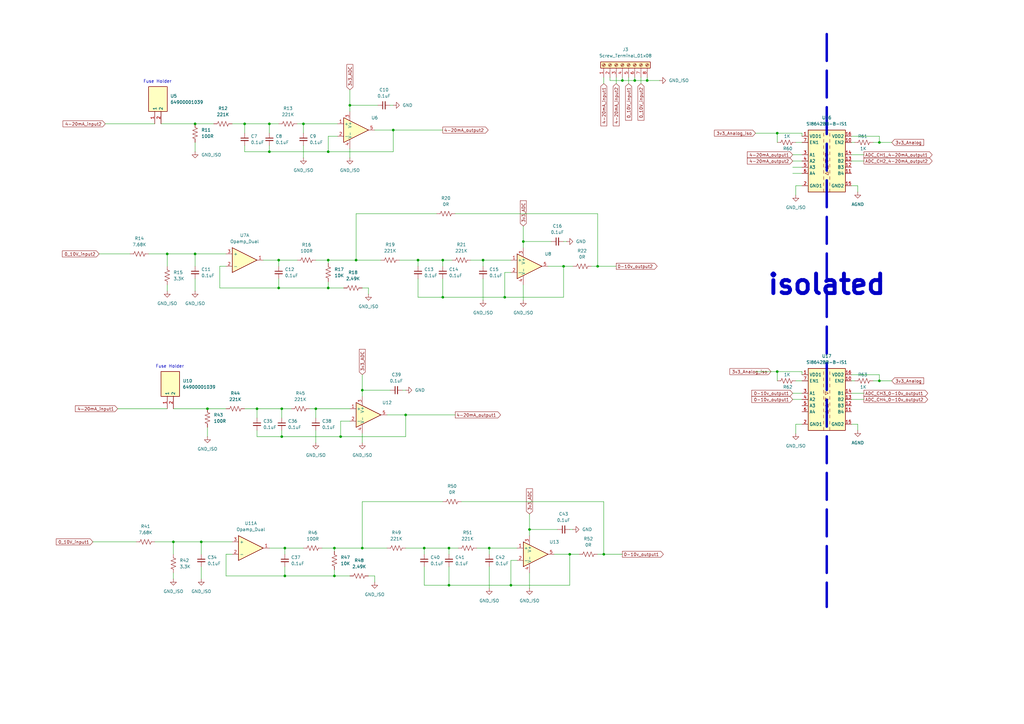
<source format=kicad_sch>
(kicad_sch (version 20231120) (generator "eeschema") (generator_version "8.0")
  (paper "A3")
  (lib_symbols
    (symbol "64900001039:64900001039"
      (property "Reference" "U" (at 16.51 7.62 0))
      (property "Value" "64900001039" (at 16.51 5.08 0))
      (symbol "64900001039_1_1"
        (rectangle (start 5.08 2.54) (end 15.24 -5.08) (stroke (width 0.254)) (fill (type background)))
        (pin passive line (at 0 0 0) (length 5.08) (name "1") (number "1"))
        (pin passive line (at 0 -2.54 0) (length 5.08) (name "2") (number "2"))
      )
    )
    (symbol "Connector:Screw_Terminal_01x08" (pin_names (offset 1.016) hide)
      (property "Reference" "J" (at 0 10.16 0))
      (property "Value" "Screw_Terminal_01x08" (at 0 -12.7 0))
      (symbol "Screw_Terminal_01x08_1_1"
        (rectangle (start -1.27 8.89) (end 1.27 -11.43) (stroke (width 0.254)) (fill (type background)))
        (circle (center 0 -10.16) (radius 0.635) (stroke (width 0.1524)))
        (circle (center 0 -7.62) (radius 0.635) (stroke (width 0.1524)))
        (circle (center 0 -5.08) (radius 0.635) (stroke (width 0.1524)))
        (circle (center 0 -2.54) (radius 0.635) (stroke (width 0.1524)))
        (polyline (pts (xy -0.5334 -9.8298) (xy 0.3302 -10.668)) (stroke (width 0.1524)))
        (polyline (pts (xy -0.5334 -7.2898) (xy 0.3302 -8.128)) (stroke (width 0.1524)))
        (polyline (pts (xy -0.5334 -4.7498) (xy 0.3302 -5.588)) (stroke (width 0.1524)))
        (polyline (pts (xy -0.5334 -2.2098) (xy 0.3302 -3.048)) (stroke (width 0.1524)))
        (polyline (pts (xy -0.5334 0.3302) (xy 0.3302 -0.508)) (stroke (width 0.1524)))
        (polyline (pts (xy -0.5334 2.8702) (xy 0.3302 2.032)) (stroke (width 0.1524)))
        (polyline (pts (xy -0.5334 5.4102) (xy 0.3302 4.572)) (stroke (width 0.1524)))
        (polyline (pts (xy -0.5334 7.9502) (xy 0.3302 7.112)) (stroke (width 0.1524)))
        (polyline (pts (xy -0.3556 -9.652) (xy 0.508 -10.4902)) (stroke (width 0.1524)))
        (polyline (pts (xy -0.3556 -7.112) (xy 0.508 -7.9502)) (stroke (width 0.1524)))
        (polyline (pts (xy -0.3556 -4.572) (xy 0.508 -5.4102)) (stroke (width 0.1524)))
        (polyline (pts (xy -0.3556 -2.032) (xy 0.508 -2.8702)) (stroke (width 0.1524)))
        (polyline (pts (xy -0.3556 0.508) (xy 0.508 -0.3302)) (stroke (width 0.1524)))
        (polyline (pts (xy -0.3556 3.048) (xy 0.508 2.2098)) (stroke (width 0.1524)))
        (polyline (pts (xy -0.3556 5.588) (xy 0.508 4.7498)) (stroke (width 0.1524)))
        (polyline (pts (xy -0.3556 8.128) (xy 0.508 7.2898)) (stroke (width 0.1524)))
        (circle (center 0 0) (radius 0.635) (stroke (width 0.1524)))
        (circle (center 0 2.54) (radius 0.635) (stroke (width 0.1524)))
        (circle (center 0 5.08) (radius 0.635) (stroke (width 0.1524)))
        (circle (center 0 7.62) (radius 0.635) (stroke (width 0.1524)))
        (pin passive line (at -5.08 7.62 0) (length 3.81) (name "Pin_1") (number "1"))
        (pin passive line (at -5.08 5.08 0) (length 3.81) (name "Pin_2") (number "2"))
        (pin passive line (at -5.08 2.54 0) (length 3.81) (name "Pin_3") (number "3"))
        (pin passive line (at -5.08 0 0) (length 3.81) (name "Pin_4") (number "4"))
        (pin passive line (at -5.08 -2.54 0) (length 3.81) (name "Pin_5") (number "5"))
        (pin passive line (at -5.08 -5.08 0) (length 3.81) (name "Pin_6") (number "6"))
        (pin passive line (at -5.08 -7.62 0) (length 3.81) (name "Pin_7") (number "7"))
        (pin passive line (at -5.08 -10.16 0) (length 3.81) (name "Pin_8") (number "8"))
      )
    )
    (symbol "Device:C_Small" (pin_numbers hide) (pin_names (offset 0.254) hide)
      (property "Reference" "C" (at 0.254 1.778 0))
      (property "Value" "C_Small" (at 0.254 -2.032 0))
      (symbol "C_Small_0_1"
        (polyline (pts (xy -1.524 -0.508) (xy 1.524 -0.508)) (stroke (width 0.3302)))
        (polyline (pts (xy -1.524 0.508) (xy 1.524 0.508)) (stroke (width 0.3048)))
      )
      (symbol "C_Small_1_1"
        (pin passive line (at 0 2.54 270) (length 2.032) (name "~") (number "1"))
        (pin passive line (at 0 -2.54 90) (length 2.032) (name "~") (number "2"))
      )
    )
    (symbol "Device:Opamp_Dual"
      (property "Reference" "U" (at 0 5.08 0))
      (property "Value" "Opamp_Dual" (at 0 -5.08 0))
      (symbol "Opamp_Dual_1_1"
        (polyline (pts (xy -5.08 5.08) (xy 5.08 0) (xy -5.08 -5.08) (xy -5.08 5.08)) (stroke (width 0.254)) (fill (type background)))
        (pin output line (at 7.62 0 180) (length 2.54) (name "~") (number "1"))
        (pin input line (at -7.62 -2.54 0) (length 2.54) (name "-") (number "2"))
        (pin input line (at -7.62 2.54 0) (length 2.54) (name "+") (number "3"))
      )
      (symbol "Opamp_Dual_2_1"
        (polyline (pts (xy -5.08 5.08) (xy 5.08 0) (xy -5.08 -5.08) (xy -5.08 5.08)) (stroke (width 0.254)) (fill (type background)))
        (pin input line (at -7.62 2.54 0) (length 2.54) (name "+") (number "5"))
        (pin input line (at -7.62 -2.54 0) (length 2.54) (name "-") (number "6"))
        (pin output line (at 7.62 0 180) (length 2.54) (name "~") (number "7"))
      )
      (symbol "Opamp_Dual_3_1"
        (pin power_in line (at -2.54 -7.62 90) (length 3.81) (name "V-") (number "4"))
        (pin power_in line (at -2.54 7.62 270) (length 3.81) (name "V+") (number "8"))
      )
    )
    (symbol "Device:R_US" (pin_numbers hide) (pin_names (offset 0))
      (property "Reference" "R" (at 2.54 0 90))
      (property "Value" "R_US" (at -2.54 0 90))
      (symbol "R_US_0_1"
        (polyline (pts (xy 0 -2.286) (xy 0 -2.54)))
        (polyline (pts (xy 0 2.286) (xy 0 2.54)))
        (polyline (pts (xy 0 -0.762) (xy 1.016 -1.143) (xy 0 -1.524) (xy -1.016 -1.905) (xy 0 -2.286)))
        (polyline (pts (xy 0 0.762) (xy 1.016 0.381) (xy 0 0) (xy -1.016 -0.381) (xy 0 -0.762)))
        (polyline (pts (xy 0 2.286) (xy 1.016 1.905) (xy 0 1.524) (xy -1.016 1.143) (xy 0 0.762)))
      )
      (symbol "R_US_1_1"
        (pin passive line (at 0 3.81 270) (length 1.27) (name "~") (number "1"))
        (pin passive line (at 0 -3.81 90) (length 1.27) (name "~") (number "2"))
      )
    )
    (symbol "Isolator:Si8642BB-B-IS1"
      (property "Reference" "U" (at 0 15.875 0))
      (property "Value" "Si8642BB-B-IS1" (at 0 13.97 0))
      (symbol "Si8642BB-B-IS1_0_1"
        (rectangle (start -7.62 12.7) (end 7.62 -12.7) (stroke (width 0.254)) (fill (type background)))
        (polyline (pts (xy -1.27 -11.43) (xy -1.27 -12.7)))
        (polyline (pts (xy -1.27 -8.89) (xy -1.27 -10.16)))
        (polyline (pts (xy -1.27 -6.35) (xy -1.27 -7.62)))
        (polyline (pts (xy -1.27 -3.81) (xy -1.27 -5.08)))
        (polyline (pts (xy -1.27 -1.27) (xy -1.27 -2.54)))
        (polyline (pts (xy -1.27 1.27) (xy -1.27 0)))
        (polyline (pts (xy -1.27 3.81) (xy -1.27 2.54)))
        (polyline (pts (xy -1.27 6.35) (xy -1.27 5.08)))
        (polyline (pts (xy -1.27 8.89) (xy -1.27 7.62)))
        (polyline (pts (xy -1.27 11.43) (xy -1.27 10.16)))
        (polyline (pts (xy 1.27 -11.43) (xy 1.27 -12.7)))
        (polyline (pts (xy 1.27 -8.89) (xy 1.27 -10.16)))
        (polyline (pts (xy 1.27 -6.35) (xy 1.27 -7.62)))
        (polyline (pts (xy 1.27 -3.81) (xy 1.27 -5.08)))
        (polyline (pts (xy 1.27 -1.27) (xy 1.27 -2.54)))
        (polyline (pts (xy 1.27 1.27) (xy 1.27 0)))
        (polyline (pts (xy 1.27 3.81) (xy 1.27 2.54)))
        (polyline (pts (xy 1.27 6.35) (xy 1.27 5.08)))
        (polyline (pts (xy 1.27 8.89) (xy 1.27 7.62)))
        (polyline (pts (xy 1.27 11.43) (xy 1.27 10.16)))
        (polyline (pts (xy -0.635 -5.08) (xy 0.635 -4.445) (xy 0.635 -5.715) (xy -0.635 -5.08)))
        (polyline (pts (xy -0.635 -2.54) (xy 0.635 -1.905) (xy 0.635 -3.175) (xy -0.635 -2.54)))
        (polyline (pts (xy -0.635 0.635) (xy -0.635 -0.635) (xy 0.635 0) (xy -0.635 0.635)))
        (polyline (pts (xy -0.635 3.175) (xy -0.635 1.905) (xy 0.635 2.54) (xy -0.635 3.175)))
      )
      (symbol "Si8642BB-B-IS1_1_1"
        (pin power_in line (at -10.16 10.16 0) (length 2.54) (name "VDD1") (number "1"))
        (pin input line (at 10.16 7.62 180) (length 2.54) (name "EN2") (number "10"))
        (pin input line (at 10.16 -5.08 180) (length 2.54) (name "B4") (number "11"))
        (pin input line (at 10.16 -2.54 180) (length 2.54) (name "B3") (number "12"))
        (pin output line (at 10.16 0 180) (length 2.54) (name "B2") (number "13"))
        (pin output line (at 10.16 2.54 180) (length 2.54) (name "B1") (number "14"))
        (pin power_in line (at 10.16 -10.16 180) (length 2.54) (name "GND2") (number "15"))
        (pin power_in line (at 10.16 10.16 180) (length 2.54) (name "VDD2") (number "16"))
        (pin power_in line (at -10.16 -10.16 0) (length 2.54) (name "GND1") (number "2"))
        (pin input line (at -10.16 2.54 0) (length 2.54) (name "A1") (number "3"))
        (pin input line (at -10.16 0 0) (length 2.54) (name "A2") (number "4"))
        (pin output line (at -10.16 -2.54 0) (length 2.54) (name "A3") (number "5"))
        (pin output line (at -10.16 -5.08 0) (length 2.54) (name "A4") (number "6"))
        (pin input line (at -10.16 7.62 0) (length 2.54) (name "EN1") (number "7"))
        (pin passive line (at -10.16 -10.16 0) (length 2.54) hide (name "GND1") (number "8"))
        (pin passive line (at 10.16 -10.16 180) (length 2.54) hide (name "GND2") (number "9"))
      )
    )
    (symbol "Simulation_SPICE:OPAMP" (pin_names (offset 0.254))
      (property "Reference" "U" (at 3.81 3.175 0))
      (property "Value" "${SIM.PARAMS}" (at 3.81 -3.175 0))
      (symbol "OPAMP_0_1"
        (polyline (pts (xy 5.08 0) (xy -5.08 5.08) (xy -5.08 -5.08) (xy 5.08 0)) (stroke (width 0.254)) (fill (type background)))
      )
      (symbol "OPAMP_1_1"
        (pin input line (at -7.62 2.54 0) (length 2.54) (name "+") (number "1"))
        (pin input line (at -7.62 -2.54 0) (length 2.54) (name "-") (number "2"))
        (pin power_in line (at -2.54 7.62 270) (length 3.81) (name "V+") (number "3"))
        (pin power_in line (at -2.54 -7.62 90) (length 3.81) (name "V-") (number "4"))
        (pin output line (at 7.62 0 180) (length 2.54) (name "~") (number "5"))
      )
    )
    (symbol "power:GND" (power) (pin_numbers hide) (pin_names (offset 0) hide)
      (property "Value" "GND" (at 0 -3.81 0))
      (symbol "GND_0_1"
        (polyline (pts (xy 0 0) (xy 0 -1.27) (xy 1.27 -1.27) (xy 0 -2.54) (xy -1.27 -1.27) (xy 0 -1.27)))
      )
      (symbol "GND_1_1"
        (pin power_in line (at 0 0 270) (length 0) (name "~") (number "1"))
      )
    )
  )
  (junction (at 360.68 58.42))
  (junction (at 129.54 167.64))
  (junction (at 80.01 104.14))
  (junction (at 171.45 106.68))
  (junction (at 148.59 224.79))
  (junction (at 255.27 33.02))
  (junction (at 265.43 33.02))
  (junction (at 115.57 167.64))
  (junction (at 247.65 227.33))
  (junction (at 80.01 50.8))
  (junction (at 260.35 33.02))
  (junction (at 148.59 160.02))
  (junction (at 82.55 222.25))
  (junction (at 231.14 109.22))
  (junction (at 181.61 121.92))
  (junction (at 139.7 179.07))
  (junction (at 198.12 106.68))
  (junction (at 134.62 62.23))
  (junction (at 318.77 54.61))
  (junction (at 110.49 62.23))
  (junction (at 146.05 106.68))
  (junction (at 184.15 240.03))
  (junction (at 137.16 224.79))
  (junction (at 209.55 240.03))
  (junction (at 318.77 152.4))
  (junction (at 181.61 106.68))
  (junction (at 217.17 217.17))
  (junction (at 143.51 43.18))
  (junction (at 71.12 222.25))
  (junction (at 134.62 106.68))
  (junction (at 207.01 121.92))
  (junction (at 68.58 104.14))
  (junction (at 114.3 106.68))
  (junction (at 184.15 224.79))
  (junction (at 116.84 224.79))
  (junction (at 166.37 170.18))
  (junction (at 114.3 118.11))
  (junction (at 137.16 236.22))
  (junction (at 233.68 227.33))
  (junction (at 115.57 179.07))
  (junction (at 124.46 50.8))
  (junction (at 105.41 167.64))
  (junction (at 214.63 99.06))
  (junction (at 173.99 224.79))
  (junction (at 245.11 109.22))
  (junction (at 116.84 236.22))
  (junction (at 360.68 156.21))
  (junction (at 161.29 53.34))
  (junction (at 200.66 224.79))
  (junction (at 85.09 167.64))
  (junction (at 134.62 118.11))
  (junction (at 100.33 50.8))
  (junction (at 110.49 50.8))
  (wire (pts (xy 148.59 205.74) (xy 148.59 224.79)))
  (wire (pts (xy 325.12 66.04) (xy 328.93 66.04)))
  (wire (pts (xy 115.57 167.64) (xy 119.38 167.64)))
  (wire (pts (xy 245.11 109.22) (xy 252.73 109.22)))
  (wire (pts (xy 227.33 227.33) (xy 233.68 227.33)))
  (wire (pts (xy 137.16 226.06) (xy 137.16 224.79)))
  (wire (pts (xy 63.5 222.25) (xy 71.12 222.25)))
  (wire (pts (xy 326.39 80.01) (xy 326.39 76.2)))
  (wire (pts (xy 326.39 156.21) (xy 328.93 156.21)))
  (wire (pts (xy 224.79 109.22) (xy 231.14 109.22)))
  (wire (pts (xy 325.12 71.12) (xy 328.93 71.12)))
  (wire (pts (xy 214.63 99.06) (xy 226.06 99.06)))
  (wire (pts (xy 207.01 121.92) (xy 181.61 121.92)))
  (wire (pts (xy 325.12 68.58) (xy 328.93 68.58)))
  (wire (pts (xy 66.04 50.8) (xy 80.01 50.8)))
  (wire (pts (xy 209.55 240.03) (xy 184.15 240.03)))
  (wire (pts (xy 233.68 227.33) (xy 237.49 227.33)))
  (wire (pts (xy 80.01 114.3) (xy 80.01 119.38)))
  (wire (pts (xy 181.61 109.22) (xy 181.61 106.68)))
  (wire (pts (xy 148.59 224.79) (xy 158.75 224.79)))
  (wire (pts (xy 198.12 114.3) (xy 198.12 123.19)))
  (wire (pts (xy 160.02 43.18) (xy 161.29 43.18)))
  (wire (pts (xy 233.68 217.17) (xy 234.95 217.17)))
  (wire (pts (xy 212.09 229.87) (xy 209.55 229.87)))
  (wire (pts (xy 100.33 59.69) (xy 100.33 62.23)))
  (wire (pts (xy 100.33 62.23) (xy 110.49 62.23)))
  (wire (pts (xy 231.14 99.06) (xy 232.41 99.06)))
  (wire (pts (xy 325.12 63.5) (xy 328.93 63.5)))
  (wire (pts (xy 115.57 167.64) (xy 115.57 171.45)))
  (wire (pts (xy 349.25 163.83) (xy 354.33 163.83)))
  (wire (pts (xy 166.37 179.07) (xy 139.7 179.07)))
  (wire (pts (xy 68.58 116.84) (xy 68.58 119.38)))
  (wire (pts (xy 217.17 217.17) (xy 228.6 217.17)))
  (wire (pts (xy 134.62 118.11) (xy 140.97 118.11)))
  (wire (pts (xy 92.71 227.33) (xy 95.25 227.33)))
  (wire (pts (xy 134.62 106.68) (xy 146.05 106.68)))
  (wire (pts (xy 151.13 236.22) (xy 153.67 236.22)))
  (wire (pts (xy 247.65 31.75) (xy 247.65 34.29)))
  (wire (pts (xy 181.61 205.74) (xy 148.59 205.74)))
  (wire (pts (xy 360.68 156.21) (xy 358.14 156.21)))
  (wire (pts (xy 247.65 227.33) (xy 255.27 227.33)))
  (wire (pts (xy 68.58 104.14) (xy 68.58 109.22)))
  (wire (pts (xy 38.1 222.25) (xy 55.88 222.25)))
  (wire (pts (xy 100.33 50.8) (xy 110.49 50.8)))
  (wire (pts (xy 186.69 87.63) (xy 245.11 87.63)))
  (wire (pts (xy 158.75 170.18) (xy 166.37 170.18)))
  (wire (pts (xy 165.1 160.02) (xy 166.37 160.02)))
  (wire (pts (xy 90.17 109.22) (xy 92.71 109.22)))
  (wire (pts (xy 326.39 173.99) (xy 328.93 173.99)))
  (wire (pts (xy 110.49 224.79) (xy 116.84 224.79)))
  (wire (pts (xy 107.95 106.68) (xy 114.3 106.68)))
  (wire (pts (xy 121.92 50.8) (xy 124.46 50.8)))
  (wire (pts (xy 250.19 31.75) (xy 250.19 33.02)))
  (wire (pts (xy 181.61 106.68) (xy 185.42 106.68)))
  (wire (pts (xy 129.54 167.64) (xy 129.54 171.45)))
  (wire (pts (xy 217.17 210.82) (xy 217.17 217.17)))
  (wire (pts (xy 115.57 179.07) (xy 139.7 179.07)))
  (wire (pts (xy 124.46 50.8) (xy 124.46 54.61)))
  (wire (pts (xy 148.59 118.11) (xy 151.13 118.11)))
  (wire (pts (xy 48.26 167.64) (xy 68.58 167.64)))
  (wire (pts (xy 85.09 175.26) (xy 85.09 179.07)))
  (wire (pts (xy 309.88 54.61) (xy 318.77 54.61)))
  (wire (pts (xy 318.77 54.61) (xy 328.93 54.61)))
  (wire (pts (xy 82.55 232.41) (xy 82.55 237.49)))
  (wire (pts (xy 349.25 55.88) (xy 360.68 55.88)))
  (wire (pts (xy 184.15 240.03) (xy 184.15 232.41)))
  (wire (pts (xy 214.63 116.84) (xy 214.63 123.19)))
  (wire (pts (xy 148.59 177.8) (xy 148.59 181.61)))
  (wire (pts (xy 349.25 66.04) (xy 354.33 66.04)))
  (wire (pts (xy 114.3 114.3) (xy 114.3 118.11)))
  (wire (pts (xy 193.04 106.68) (xy 198.12 106.68)))
  (wire (pts (xy 265.43 31.75) (xy 265.43 33.02)))
  (wire (pts (xy 146.05 87.63) (xy 146.05 106.68)))
  (wire (pts (xy 100.33 167.64) (xy 105.41 167.64)))
  (wire (pts (xy 110.49 62.23) (xy 110.49 59.69)))
  (wire (pts (xy 100.33 50.8) (xy 100.33 54.61)))
  (wire (pts (xy 95.25 50.8) (xy 100.33 50.8)))
  (wire (pts (xy 166.37 224.79) (xy 173.99 224.79)))
  (wire (pts (xy 326.39 76.2) (xy 328.93 76.2)))
  (wire (pts (xy 349.25 156.21) (xy 350.52 156.21)))
  (wire (pts (xy 189.23 205.74) (xy 247.65 205.74)))
  (wire (pts (xy 349.25 63.5) (xy 354.33 63.5)))
  (wire (pts (xy 143.51 60.96) (xy 143.51 64.77)))
  (wire (pts (xy 80.01 58.42) (xy 80.01 62.23)))
  (wire (pts (xy 214.63 99.06) (xy 214.63 101.6)))
  (wire (pts (xy 173.99 224.79) (xy 173.99 227.33)))
  (wire (pts (xy 115.57 179.07) (xy 115.57 176.53)))
  (wire (pts (xy 116.84 224.79) (xy 124.46 224.79)))
  (wire (pts (xy 207.01 111.76) (xy 207.01 121.92)))
  (wire (pts (xy 360.68 153.67) (xy 360.68 156.21)))
  (wire (pts (xy 80.01 50.8) (xy 87.63 50.8)))
  (wire (pts (xy 179.07 87.63) (xy 146.05 87.63)))
  (wire (pts (xy 151.13 118.11) (xy 151.13 120.65)))
  (wire (pts (xy 233.68 227.33) (xy 233.68 240.03)))
  (wire (pts (xy 247.65 205.74) (xy 247.65 227.33)))
  (wire (pts (xy 114.3 118.11) (xy 90.17 118.11)))
  (wire (pts (xy 82.55 222.25) (xy 71.12 222.25)))
  (wire (pts (xy 85.09 167.64) (xy 92.71 167.64)))
  (wire (pts (xy 349.25 161.29) (xy 354.33 161.29)))
  (wire (pts (xy 255.27 33.02) (xy 255.27 31.75)))
  (wire (pts (xy 143.51 43.18) (xy 154.94 43.18)))
  (wire (pts (xy 328.93 54.61) (xy 328.93 55.88)))
  (wire (pts (xy 365.76 156.21) (xy 360.68 156.21)))
  (wire (pts (xy 116.84 224.79) (xy 116.84 227.33)))
  (wire (pts (xy 198.12 106.68) (xy 209.55 106.68)))
  (wire (pts (xy 137.16 224.79) (xy 148.59 224.79)))
  (wire (pts (xy 60.96 104.14) (xy 68.58 104.14)))
  (wire (pts (xy 200.66 224.79) (xy 212.09 224.79)))
  (wire (pts (xy 105.41 167.64) (xy 115.57 167.64)))
  (wire (pts (xy 252.73 31.75) (xy 252.73 34.29)))
  (wire (pts (xy 137.16 233.68) (xy 137.16 236.22)))
  (wire (pts (xy 129.54 176.53) (xy 129.54 181.61)))
  (wire (pts (xy 143.51 172.72) (xy 139.7 172.72)))
  (wire (pts (xy 163.83 106.68) (xy 171.45 106.68)))
  (wire (pts (xy 351.79 76.2) (xy 351.79 78.74)))
  (wire (pts (xy 71.12 167.64) (xy 85.09 167.64)))
  (wire (pts (xy 247.65 227.33) (xy 245.11 227.33)))
  (wire (pts (xy 116.84 236.22) (xy 92.71 236.22)))
  (wire (pts (xy 351.79 173.99) (xy 351.79 176.53)))
  (wire (pts (xy 124.46 50.8) (xy 138.43 50.8)))
  (wire (pts (xy 171.45 121.92) (xy 181.61 121.92)))
  (wire (pts (xy 143.51 36.83) (xy 143.51 43.18)))
  (wire (pts (xy 173.99 232.41) (xy 173.99 240.03)))
  (wire (pts (xy 92.71 236.22) (xy 92.71 227.33)))
  (wire (pts (xy 181.61 106.68) (xy 171.45 106.68)))
  (wire (pts (xy 181.61 121.92) (xy 181.61 114.3)))
  (wire (pts (xy 134.62 118.11) (xy 114.3 118.11)))
  (wire (pts (xy 134.62 107.95) (xy 134.62 106.68)))
  (wire (pts (xy 265.43 33.02) (xy 270.51 33.02)))
  (wire (pts (xy 161.29 62.23) (xy 134.62 62.23)))
  (wire (pts (xy 82.55 227.33) (xy 82.55 222.25)))
  (wire (pts (xy 184.15 227.33) (xy 184.15 224.79)))
  (wire (pts (xy 171.45 114.3) (xy 171.45 121.92)))
  (wire (pts (xy 71.12 222.25) (xy 71.12 227.33)))
  (wire (pts (xy 260.35 33.02) (xy 265.43 33.02)))
  (wire (pts (xy 260.35 31.75) (xy 260.35 33.02)))
  (polyline (pts (xy 339.09 13.97) (xy 339.09 248.92)) (stroke (width 1) (type dash)))
  (wire (pts (xy 198.12 106.68) (xy 198.12 109.22)))
  (wire (pts (xy 166.37 170.18) (xy 166.37 179.07)))
  (wire (pts (xy 184.15 224.79) (xy 173.99 224.79)))
  (wire (pts (xy 71.12 234.95) (xy 71.12 237.49)))
  (wire (pts (xy 195.58 224.79) (xy 200.66 224.79)))
  (wire (pts (xy 80.01 104.14) (xy 68.58 104.14)))
  (wire (pts (xy 129.54 167.64) (xy 143.51 167.64)))
  (wire (pts (xy 328.93 152.4) (xy 328.93 153.67)))
  (wire (pts (xy 325.12 161.29) (xy 328.93 161.29)))
  (wire (pts (xy 209.55 229.87) (xy 209.55 240.03)))
  (wire (pts (xy 217.17 217.17) (xy 217.17 219.71)))
  (wire (pts (xy 214.63 92.71) (xy 214.63 99.06)))
  (wire (pts (xy 127 167.64) (xy 129.54 167.64)))
  (wire (pts (xy 349.25 76.2) (xy 351.79 76.2)))
  (wire (pts (xy 105.41 176.53) (xy 105.41 179.07)))
  (wire (pts (xy 146.05 106.68) (xy 156.21 106.68)))
  (wire (pts (xy 134.62 115.57) (xy 134.62 118.11)))
  (wire (pts (xy 110.49 62.23) (xy 134.62 62.23)))
  (wire (pts (xy 40.64 104.14) (xy 53.34 104.14)))
  (wire (pts (xy 153.67 236.22) (xy 153.67 238.76)))
  (wire (pts (xy 137.16 236.22) (xy 116.84 236.22)))
  (wire (pts (xy 245.11 87.63) (xy 245.11 109.22)))
  (wire (pts (xy 148.59 153.67) (xy 148.59 160.02)))
  (wire (pts (xy 349.25 173.99) (xy 351.79 173.99)))
  (wire (pts (xy 184.15 224.79) (xy 187.96 224.79)))
  (wire (pts (xy 217.17 234.95) (xy 217.17 241.3)))
  (wire (pts (xy 166.37 170.18) (xy 186.69 170.18)))
  (wire (pts (xy 161.29 53.34) (xy 161.29 62.23)))
  (wire (pts (xy 318.77 152.4) (xy 328.93 152.4)))
  (wire (pts (xy 80.01 109.22) (xy 80.01 104.14)))
  (wire (pts (xy 171.45 106.68) (xy 171.45 109.22)))
  (wire (pts (xy 143.51 43.18) (xy 143.51 45.72)))
  (wire (pts (xy 80.01 104.14) (xy 92.71 104.14)))
  (wire (pts (xy 124.46 59.69) (xy 124.46 64.77)))
  (wire (pts (xy 137.16 236.22) (xy 143.51 236.22)))
  (wire (pts (xy 105.41 179.07) (xy 115.57 179.07)))
  (wire (pts (xy 200.66 232.41) (xy 200.66 241.3)))
  (wire (pts (xy 148.59 160.02) (xy 148.59 162.56)))
  (wire (pts (xy 90.17 118.11) (xy 90.17 109.22)))
  (wire (pts (xy 139.7 172.72) (xy 139.7 179.07)))
  (wire (pts (xy 349.25 58.42) (xy 350.52 58.42)))
  (wire (pts (xy 309.88 152.4) (xy 318.77 152.4)))
  (wire (pts (xy 209.55 111.76) (xy 207.01 111.76)))
  (wire (pts (xy 365.76 58.42) (xy 360.68 58.42)))
  (wire (pts (xy 233.68 240.03) (xy 209.55 240.03)))
  (wire (pts (xy 114.3 106.68) (xy 114.3 109.22)))
  (wire (pts (xy 360.68 58.42) (xy 358.14 58.42)))
  (wire (pts (xy 134.62 55.88) (xy 134.62 62.23)))
  (wire (pts (xy 260.35 33.02) (xy 255.27 33.02)))
  (wire (pts (xy 129.54 106.68) (xy 134.62 106.68)))
  (wire (pts (xy 148.59 160.02) (xy 160.02 160.02)))
  (wire (pts (xy 200.66 224.79) (xy 200.66 227.33)))
  (wire (pts (xy 110.49 50.8) (xy 114.3 50.8)))
  (wire (pts (xy 116.84 232.41) (xy 116.84 236.22)))
  (wire (pts (xy 250.19 33.02) (xy 255.27 33.02)))
  (wire (pts (xy 262.89 31.75) (xy 262.89 34.29)))
  (wire (pts (xy 231.14 121.92) (xy 207.01 121.92)))
  (wire (pts (xy 231.14 109.22) (xy 234.95 109.22)))
  (wire (pts (xy 325.12 163.83) (xy 328.93 163.83)))
  (wire (pts (xy 153.67 53.34) (xy 161.29 53.34)))
  (wire (pts (xy 231.14 109.22) (xy 231.14 121.92)))
  (wire (pts (xy 173.99 240.03) (xy 184.15 240.03)))
  (wire (pts (xy 349.25 153.67) (xy 360.68 153.67)))
  (wire (pts (xy 105.41 167.64) (xy 105.41 171.45)))
  (wire (pts (xy 245.11 109.22) (xy 242.57 109.22)))
  (wire (pts (xy 138.43 55.88) (xy 134.62 55.88)))
  (wire (pts (xy 43.18 50.8) (xy 63.5 50.8)))
  (wire (pts (xy 82.55 222.25) (xy 95.25 222.25)))
  (wire (pts (xy 110.49 50.8) (xy 110.49 54.61)))
  (wire (pts (xy 360.68 55.88) (xy 360.68 58.42)))
  (wire (pts (xy 114.3 106.68) (xy 121.92 106.68)))
  (wire (pts (xy 161.29 53.34) (xy 181.61 53.34)))
  (wire (pts (xy 318.77 152.4) (xy 318.77 156.21)))
  (wire (pts (xy 132.08 224.79) (xy 137.16 224.79)))
  (wire (pts (xy 326.39 58.42) (xy 328.93 58.42)))
  (wire (pts (xy 257.81 31.75) (xy 257.81 34.29)))
  (wire (pts (xy 318.77 54.61) (xy 318.77 58.42)))
  (wire (pts (xy 326.39 177.8) (xy 326.39 173.99)))
  (text "Fuse Holder	" (at 71.374 150.368 0) (effects (font (size 1.27 1.27))))
  (text "Fuse Holder	" (at 66.294 33.528 0) (effects (font (size 1.27 1.27))))
  (text "isolated" (at 339.09 116.84 0) (effects (font (size 8 8) (thickness 1.6) (bold yes))))
  (global_label "4-20mA_input1" (shape input) (at 48.26 167.64 180) (property "Intersheetrefs" "${INTERSHEET_REFS}" (effects (hide yes))))
  (global_label "ADC_CH2_4-20mA_output2" (shape output) (at 354.33 66.04 0) (property "Intersheetrefs" "${INTERSHEET_REFS}" (effects (hide yes))))
  (global_label "ADC_CH3_0-10v_output1" (shape output) (at 354.33 161.29 0) (property "Intersheetrefs" "${INTERSHEET_REFS}" (effects (hide yes))))
  (global_label "0_10V_input1" (shape input) (at 257.81 34.29 270) (property "Intersheetrefs" "${INTERSHEET_REFS}" (effects (hide yes))))
  (global_label "4-20mA_output2" (shape input) (at 325.12 66.04 180) (property "Intersheetrefs" "${INTERSHEET_REFS}" (effects (hide yes))))
  (global_label "ADC_CH1_4-20mA_output1" (shape output) (at 354.33 63.5 0) (property "Intersheetrefs" "${INTERSHEET_REFS}" (effects (hide yes))))
  (global_label "3v3_ADC" (shape input) (at 148.59 153.67 90) (property "Intersheetrefs" "${INTERSHEET_REFS}" (effects (hide yes))))
  (global_label "4-20mA_input2" (shape input) (at 252.73 34.29 270) (property "Intersheetrefs" "${INTERSHEET_REFS}" (effects (hide yes))))
  (global_label "4-20mA_input2" (shape input) (at 43.18 50.8 180) (property "Intersheetrefs" "${INTERSHEET_REFS}" (effects (hide yes))))
  (global_label "3v3_ADC" (shape input) (at 217.17 210.82 90) (property "Intersheetrefs" "${INTERSHEET_REFS}" (effects (hide yes))))
  (global_label "3v3_Analog" (shape input) (at 365.76 156.21 0) (property "Intersheetrefs" "${INTERSHEET_REFS}" (effects (hide yes))))
  (global_label "3v3_Analog" (shape input) (at 365.76 58.42 0) (property "Intersheetrefs" "${INTERSHEET_REFS}" (effects (hide yes))))
  (global_label "3v3_Analog_iso" (shape input) (at 309.88 54.61 180) (property "Intersheetrefs" "${INTERSHEET_REFS}" (effects (hide yes))))
  (global_label "0-10v_output1" (shape output) (at 255.27 227.33 0) (property "Intersheetrefs" "${INTERSHEET_REFS}" (effects (hide yes))))
  (global_label "3v3_ADC" (shape input) (at 214.63 92.71 90) (property "Intersheetrefs" "${INTERSHEET_REFS}" (effects (hide yes))))
  (global_label "4-20mA_output2" (shape output) (at 181.61 53.34 0) (property "Intersheetrefs" "${INTERSHEET_REFS}" (effects (hide yes))))
  (global_label "4-20mA_output1" (shape input) (at 325.12 63.5 180) (property "Intersheetrefs" "${INTERSHEET_REFS}" (effects (hide yes))))
  (global_label "0_10V_input1" (shape input) (at 38.1 222.25 180) (property "Intersheetrefs" "${INTERSHEET_REFS}" (effects (hide yes))))
  (global_label "4-20mA_output1" (shape output) (at 186.69 170.18 0) (property "Intersheetrefs" "${INTERSHEET_REFS}" (effects (hide yes))))
  (global_label "4-20mA_input1" (shape input) (at 247.65 34.29 270) (property "Intersheetrefs" "${INTERSHEET_REFS}" (effects (hide yes))))
  (global_label "0_10V_input2" (shape input) (at 262.89 34.29 270) (property "Intersheetrefs" "${INTERSHEET_REFS}" (effects (hide yes))))
  (global_label "0-10v_output1" (shape input) (at 325.12 163.83 180) (property "Intersheetrefs" "${INTERSHEET_REFS}" (effects (hide yes))))
  (global_label "0-10v_output1" (shape input) (at 325.12 161.29 180) (property "Intersheetrefs" "${INTERSHEET_REFS}" (effects (hide yes))))
  (global_label "0-10v_output2" (shape output) (at 252.73 109.22 0) (property "Intersheetrefs" "${INTERSHEET_REFS}" (effects (hide yes))))
  (global_label "ADC_CH4_0-10v_output2" (shape output) (at 354.33 163.83 0) (property "Intersheetrefs" "${INTERSHEET_REFS}" (effects (hide yes))))
  (global_label "3v3_Analog_iso" (shape input) (at 316.23 152.4 180) (property "Intersheetrefs" "${INTERSHEET_REFS}" (effects (hide yes))))
  (global_label "3v3_ADC" (shape input) (at 143.51 36.83 90) (property "Intersheetrefs" "${INTERSHEET_REFS}" (effects (hide yes))))
  (global_label "0_10V_input2" (shape input) (at 40.64 104.14 180) (property "Intersheetrefs" "${INTERSHEET_REFS}" (effects (hide yes))))
  (symbol (lib_id "Device:C_Small") (at 110.49 57.15 0) (unit 1)
    (property "Reference" "C8" (at 113.03 55.8862 0) (effects (justify left)))
    (property "Value" "0.1uF" (at 113.03 58.4262 0) (effects (justify left)))
    (property "Description" "Unpolarized capacitor, small symbol" (effects (hide yes)))
  )
  (symbol (lib_id "power:GND") (at 166.37 160.02 90) (unit 1)
    (property "Reference" "#PWR040" (effects (hide yes)))
    (property "Value" "GND" (at 170.18 160.0199 90) (effects (justify right)))
    (property "Description" "Power symbol creates a global label with name \"GND\" , ground" (effects (hide yes)))
  )
  (symbol (lib_id "Device:R_US") (at 118.11 50.8 270) (unit 1)
    (property "Reference" "R13" (at 118.11 44.45 90))
    (property "Value" "221K" (at 118.11 46.99 90))
    (property "Description" "Resistor, US symbol" (effects (hide yes)))
  )
  (symbol (lib_id "Device:R_US") (at 96.52 167.64 270) (unit 1)
    (property "Reference" "R44" (at 96.52 161.29 90))
    (property "Value" "221K" (at 96.52 163.83 90))
    (property "Description" "Resistor, US symbol" (effects (hide yes)))
  )
  (symbol (lib_id "Device:C_Small") (at 173.99 229.87 0) (unit 1)
    (property "Reference" "C40" (at 176.53 228.6062 0) (effects (justify left)))
    (property "Value" "0.1uF" (at 176.53 231.1462 0) (effects (justify left)))
    (property "Description" "Unpolarized capacitor, small symbol" (effects (hide yes)))
  )
  (symbol (lib_id "Device:R_US") (at 354.33 156.21 90) (unit 1)
    (property "Reference" "R63" (at 353.822 153.67 90))
    (property "Value" "1K" (at 354.076 158.75 90))
    (property "Description" "Resistor, US symbol" (effects (hide yes)))
  )
  (symbol (lib_id "Isolator:Si8642BB-B-IS1") (at 339.09 163.83 0) (unit 1)
    (property "Reference" "U17" (at 339.09 146.05 0))
    (property "Value" "Si8642BB-B-IS1" (at 339.09 148.59 0))
    (property "Footprint" "Package_SO:SOIC-16_3.9x9.9mm_P1.27mm" (effects (hide yes)))
    (property "Datasheet" "https://www.silabs.com/documents/public/data-sheets/si864x-datasheet.pdf" (effects (hide yes)))
    (property "Description" "Low-Power Quad-Channel Digital Isolator, 150Mbps, 2.5-5.5V, 2.5kV isolation, Fail-Safe Low, SOIC-16" (effects (hide yes)))
  )
  (symbol (lib_id "Device:R_US") (at 322.58 58.42 270) (unit 1)
    (property "Reference" "R60" (at 323.088 60.96 90))
    (property "Value" "1K" (at 322.834 55.88 90))
    (property "Description" "Resistor, US symbol" (effects (hide yes)))
  )
  (symbol (lib_id "Device:R_US") (at 147.32 236.22 270) (unit 1)
    (property "Reference" "R48" (at 147.32 229.87 90))
    (property "Value" "2.49K" (at 147.32 232.41 90))
    (property "Description" "Resistor, US symbol" (effects (hide yes)))
  )
  (symbol (lib_id "power:GND") (at 161.29 43.18 90) (unit 1)
    (property "Reference" "#PWR010" (effects (hide yes)))
    (property "Value" "GND" (at 165.1 43.1799 90) (effects (justify right)))
    (property "Description" "Power symbol creates a global label with name \"GND\" , ground" (effects (hide yes)))
  )
  (symbol (lib_id "Device:C_Small") (at 100.33 57.15 0) (unit 1)
    (property "Reference" "C7" (at 102.87 55.8862 0) (effects (justify left)))
    (property "Value" "0.1uF" (at 102.87 58.4262 0) (effects (justify left)))
    (property "Description" "Unpolarized capacitor, small symbol" (effects (hide yes)))
  )
  (symbol (lib_id "power:GND") (at 143.51 64.77 0) (unit 1)
    (property "Reference" "#PWR09" (effects (hide yes)))
    (property "Value" "GND_ISO" (at 143.51 69.85 0))
    (property "Description" "Power symbol creates a global label with name \"GND\" , ground" (effects (hide yes)))
  )
  (symbol (lib_id "Device:C_Small") (at 80.01 111.76 0) (unit 1)
    (property "Reference" "C11" (at 82.55 110.4962 0) (effects (justify left)))
    (property "Value" "0.1uF" (at 82.55 113.0362 0) (effects (justify left)))
    (property "Description" "Unpolarized capacitor, small symbol" (effects (hide yes)))
  )
  (symbol (lib_id "power:GND") (at 217.17 241.3 0) (unit 1)
    (property "Reference" "#PWR042" (effects (hide yes)))
    (property "Value" "GND_ISO" (at 217.17 246.38 0))
    (property "Description" "Power symbol creates a global label with name \"GND\" , ground" (effects (hide yes)))
  )
  (symbol (lib_id "power:GND") (at 214.63 123.19 0) (unit 1)
    (property "Reference" "#PWR016" (effects (hide yes)))
    (property "Value" "GND_ISO" (at 214.63 128.27 0))
    (property "Description" "Power symbol creates a global label with name \"GND\" , ground" (effects (hide yes)))
  )
  (symbol (lib_id "Isolator:Si8642BB-B-IS1") (at 339.09 66.04 0) (unit 1)
    (property "Reference" "U16" (at 339.09 48.26 0))
    (property "Value" "Si8642BB-B-IS1" (at 339.09 50.8 0))
    (property "Footprint" "Package_SO:SOIC-16_3.9x9.9mm_P1.27mm" (effects (hide yes)))
    (property "Datasheet" "https://www.silabs.com/documents/public/data-sheets/si864x-datasheet.pdf" (effects (hide yes)))
    (property "Description" "Low-Power Quad-Channel Digital Isolator, 150Mbps, 2.5-5.5V, 2.5kV isolation, Fail-Safe Low, SOIC-16" (effects (hide yes)))
  )
  (symbol (lib_id "Device:C_Small") (at 200.66 229.87 0) (unit 1)
    (property "Reference" "C42" (at 203.2 228.6062 0) (effects (justify left)))
    (property "Value" "0.1uF" (at 203.2 231.1462 0) (effects (justify left)))
    (property "Description" "Unpolarized capacitor, small symbol" (effects (hide yes)))
  )
  (symbol (lib_id "Device:R_US") (at 354.33 58.42 90) (unit 1)
    (property "Reference" "R61" (at 353.822 55.88 90))
    (property "Value" "1K" (at 354.076 60.96 90))
    (property "Description" "Resistor, US symbol" (effects (hide yes)))
  )
  (symbol (lib_id "Connector:Screw_Terminal_01x08") (at 255.27 26.67 90) (unit 1)
    (property "Reference" "J3" (at 256.54 20.32 90))
    (property "Value" "Screw_Terminal_01x08" (at 256.54 22.86 90))
    (property "Description" "Generic screw terminal, single row, 01x08, script generated (kicad-library-utils/schlib/autogen/connector/)" (effects (hide yes)))
  )
  (symbol (lib_id "64900001039:64900001039") (at 63.5 50.8 90) (unit 1)
    (property "Reference" "U5" (at 69.85 39.3699 90) (effects (justify right)))
    (property "Value" "64900001039" (at 69.85 41.9099 90) (effects (justify right)))
    (property "Footprint" "649-SERIES-HOLDER" (effects (hide yes)))
    (property "Datasheet" "http://www.littelfuse.com/~/media/electronics/datasheets/fuse_blocks/littelfuse_fuse_block_649_datasheet.pdf.pdf" (effects (hide yes)))
    (property "Description" "5x20mm Fuseholder 6.3A 250V Littelfuse 6.3A PCB Mount Fuse Holder for 5 x 20mm Cartridge Fuse, 250 V" (effects (hide yes)))
    (property "Mouser Part Number" "576-64900001039" (effects (hide yes)))
    (property "Mouser Price/Stock" "https://www.mouser.co.uk/ProductDetail/Littelfuse/64900001039?qs=hH%252BOa0VZEiArPloPoB86OA%3D%3D" (effects (hide yes)))
    (property "Manufacturer_Name" "LITTELFUSE" (effects (hide yes)))
    (property "Manufacturer_Part_Number" "64900001039" (effects (hide yes)))
  )
  (symbol (lib_id "Device:C_Small") (at 228.6 99.06 90) (unit 1)
    (property "Reference" "C16" (at 228.6063 92.71 90))
    (property "Value" "0.1uF" (at 228.6063 95.25 90))
    (property "Description" "Unpolarized capacitor, small symbol" (effects (hide yes)))
  )
  (symbol (lib_id "power:GND") (at 234.95 217.17 90) (unit 1)
    (property "Reference" "#PWR043" (effects (hide yes)))
    (property "Value" "GND" (at 238.76 217.1699 90) (effects (justify right)))
    (property "Description" "Power symbol creates a global label with name \"GND\" , ground" (effects (hide yes)))
  )
  (symbol (lib_id "Device:C_Small") (at 105.41 173.99 0) (unit 1)
    (property "Reference" "C35" (at 107.95 172.7262 0) (effects (justify left)))
    (property "Value" "0.1uF" (at 107.95 175.2662 0) (effects (justify left)))
    (property "Description" "Unpolarized capacitor, small symbol" (effects (hide yes)))
  )
  (symbol (lib_id "power:GND") (at 148.59 181.61 0) (unit 1)
    (property "Reference" "#PWR038" (effects (hide yes)))
    (property "Value" "GND_ISO" (at 148.59 186.69 0))
    (property "Description" "Power symbol creates a global label with name \"GND\" , ground" (effects (hide yes)))
  )
  (symbol (lib_id "Device:Opamp_Dual") (at 102.87 224.79 0) (unit 1)
    (property "Reference" "U11" (at 102.87 214.63 0))
    (property "Value" "Opamp_Dual" (at 102.87 217.17 0))
    (property "Description" "Dual operational amplifier" (effects (hide yes)))
    (property "Sim.Library" "${KICAD7_SYMBOL_DIR}/Simulation_SPICE.sp" (effects (hide yes)))
    (property "Sim.Name" "kicad_builtin_opamp_dual" (effects (hide yes)))
    (property "Sim.Device" "SUBCKT" (effects (hide yes)))
    (property "Sim.Pins" "1=out1 2=in1- 3=in1+ 4=vee 5=in2+ 6=in2- 7=out2 8=vcc" (effects (hide yes)))
  )
  (symbol (lib_id "power:GND") (at 124.46 64.77 0) (unit 1)
    (property "Reference" "#PWR08" (effects (hide yes)))
    (property "Value" "GND_ISO" (at 124.46 69.85 0))
    (property "Description" "Power symbol creates a global label with name \"GND\" , ground" (effects (hide yes)))
  )
  (symbol (lib_id "Device:C_Small") (at 129.54 173.99 0) (unit 1)
    (property "Reference" "C38" (at 132.08 172.7262 0) (effects (justify left)))
    (property "Value" "0.1uF" (at 132.08 175.2662 0) (effects (justify left)))
    (property "Description" "Unpolarized capacitor, small symbol" (effects (hide yes)))
  )
  (symbol (lib_id "Simulation_SPICE:OPAMP") (at 146.05 53.34 0) (unit 1)
    (property "Reference" "U6" (at 153.67 48.2914 0))
    (property "Value" "${SIM.PARAMS}" (at 153.67 50.1965 0))
    (property "Datasheet" "https://ngspice.sourceforge.io/docs/ngspice-html-manual/manual.xhtml#sec__SUBCKT_Subcircuits" (effects (hide yes)))
    (property "Description" "Operational amplifier, single, node sequence=1:+ 2:- 3:OUT 4:V+ 5:V-" (effects (hide yes)))
    (property "Sim.Pins" "1=in+ 2=in- 3=vcc 4=vee 5=out" (effects (hide yes)))
    (property "Sim.Device" "SUBCKT" (effects (hide yes)))
    (property "Sim.Library" "${KICAD7_SYMBOL_DIR}/Simulation_SPICE.sp" (effects (hide yes)))
    (property "Sim.Name" "kicad_builtin_opamp" (effects (hide yes)))
  )
  (symbol (lib_id "power:GND") (at 232.41 99.06 90) (unit 1)
    (property "Reference" "#PWR015" (effects (hide yes)))
    (property "Value" "GND" (at 236.22 99.0599 90) (effects (justify right)))
    (property "Description" "Power symbol creates a global label with name \"GND\" , ground" (effects (hide yes)))
  )
  (symbol (lib_id "Device:R_US") (at 125.73 106.68 270) (unit 1)
    (property "Reference" "R16" (at 125.73 100.3867 90))
    (property "Value" "100R" (at 125.73 102.9267 90))
    (property "Description" "Resistor, US symbol" (effects (hide yes)))
  )
  (symbol (lib_id "Device:R_US") (at 123.19 167.64 270) (unit 1)
    (property "Reference" "R45" (at 123.19 161.29 90))
    (property "Value" "221K" (at 123.19 163.83 90))
    (property "Description" "Resistor, US symbol" (effects (hide yes)))
  )
  (symbol (lib_id "Device:R_US") (at 189.23 106.68 270) (unit 1)
    (property "Reference" "R21" (at 189.23 100.33 90))
    (property "Value" "221K" (at 189.23 102.87 90))
    (property "Description" "Resistor, US symbol" (effects (hide yes)))
  )
  (symbol (lib_id "Device:R_US") (at 91.44 50.8 270) (unit 1)
    (property "Reference" "R12" (at 91.44 44.45 90))
    (property "Value" "221K" (at 91.44 46.99 90))
    (property "Description" "Resistor, US symbol" (effects (hide yes)))
  )
  (symbol (lib_id "Device:Opamp_Dual") (at 100.33 106.68 0) (unit 1)
    (property "Reference" "U7" (at 100.33 96.52 0))
    (property "Value" "Opamp_Dual" (at 100.33 99.06 0))
    (property "Description" "Dual operational amplifier" (effects (hide yes)))
    (property "Sim.Library" "${KICAD7_SYMBOL_DIR}/Simulation_SPICE.sp" (effects (hide yes)))
    (property "Sim.Name" "kicad_builtin_opamp_dual" (effects (hide yes)))
    (property "Sim.Device" "SUBCKT" (effects (hide yes)))
    (property "Sim.Pins" "1=out1 2=in1- 3=in1+ 4=vee 5=in2+ 6=in2- 7=out2 8=vcc" (effects (hide yes)))
  )
  (symbol (lib_id "power:GND") (at 198.12 123.19 0) (unit 1)
    (property "Reference" "#PWR014" (effects (hide yes)))
    (property "Value" "GND_ISO" (at 198.12 128.27 0))
    (property "Description" "Power symbol creates a global label with name \"GND\" , ground" (effects (hide yes)))
  )
  (symbol (lib_id "Device:C_Small") (at 231.14 217.17 90) (unit 1)
    (property "Reference" "C43" (at 231.1463 210.82 90))
    (property "Value" "0.1uF" (at 231.1463 213.36 90))
    (property "Description" "Unpolarized capacitor, small symbol" (effects (hide yes)))
  )
  (symbol (lib_id "Device:C_Small") (at 116.84 229.87 0) (unit 1)
    (property "Reference" "C37" (at 119.38 228.6062 0) (effects (justify left)))
    (property "Value" "0.1uF" (at 119.38 231.1462 0) (effects (justify left)))
    (property "Description" "Unpolarized capacitor, small symbol" (effects (hide yes)))
  )
  (symbol (lib_id "power:GND") (at 351.79 176.53 0) (unit 1)
    (property "Reference" "#PWR052" (effects (hide yes)))
    (property "Value" "AGND" (at 351.79 181.61 0))
    (property "Description" "Power symbol creates a global label with name \"GND\" , ground" (effects (hide yes)))
  )
  (symbol (lib_id "Simulation_SPICE:OPAMP") (at 219.71 227.33 0) (unit 1)
    (property "Reference" "U13" (at 227.33 222.2814 0))
    (property "Value" "${SIM.PARAMS}" (at 227.33 224.1865 0))
    (property "Datasheet" "https://ngspice.sourceforge.io/docs/ngspice-html-manual/manual.xhtml#sec__SUBCKT_Subcircuits" (effects (hide yes)))
    (property "Description" "Operational amplifier, single, node sequence=1:+ 2:- 3:OUT 4:V+ 5:V-" (effects (hide yes)))
    (property "Sim.Pins" "1=in+ 2=in- 3=vcc 4=vee 5=out" (effects (hide yes)))
    (property "Sim.Device" "SUBCKT" (effects (hide yes)))
    (property "Sim.Library" "${KICAD7_SYMBOL_DIR}/Simulation_SPICE.sp" (effects (hide yes)))
    (property "Sim.Name" "kicad_builtin_opamp" (effects (hide yes)))
  )
  (symbol (lib_id "Device:C_Small") (at 82.55 229.87 0) (unit 1)
    (property "Reference" "C34" (at 85.09 228.6062 0) (effects (justify left)))
    (property "Value" "0.1uF" (at 85.09 231.1462 0) (effects (justify left)))
    (property "Description" "Unpolarized capacitor, small symbol" (effects (hide yes)))
  )
  (symbol (lib_id "Device:C_Small") (at 184.15 229.87 0) (unit 1)
    (property "Reference" "C41" (at 186.69 228.6062 0) (effects (justify left)))
    (property "Value" "0.1uF" (at 186.69 231.1462 0) (effects (justify left)))
    (property "Description" "Unpolarized capacitor, small symbol" (effects (hide yes)))
  )
  (symbol (lib_id "Device:R_US") (at 128.27 224.79 270) (unit 1)
    (property "Reference" "R46" (at 128.27 218.4967 90))
    (property "Value" "100R" (at 128.27 221.0367 90))
    (property "Description" "Resistor, US symbol" (effects (hide yes)))
  )
  (symbol (lib_id "Device:C_Small") (at 198.12 111.76 0) (unit 1)
    (property "Reference" "C15" (at 200.66 110.4962 0) (effects (justify left)))
    (property "Value" "0.1uF" (at 200.66 113.0362 0) (effects (justify left)))
    (property "Description" "Unpolarized capacitor, small symbol" (effects (hide yes)))
  )
  (symbol (lib_id "Device:R_US") (at 71.12 231.14 0) (unit 1)
    (property "Reference" "R42" (at 73.66 229.8699 0) (effects (justify left)))
    (property "Value" "3.3K" (at 73.66 232.4099 0) (effects (justify left)))
    (property "Description" "Resistor, US symbol" (effects (hide yes)))
  )
  (symbol (lib_id "Device:C_Small") (at 171.45 111.76 0) (unit 1)
    (property "Reference" "C13" (at 173.99 110.4962 0) (effects (justify left)))
    (property "Value" "0.1uF" (at 173.99 113.0362 0) (effects (justify left)))
    (property "Description" "Unpolarized capacitor, small symbol" (effects (hide yes)))
  )
  (symbol (lib_id "Device:R_US") (at 238.76 109.22 270) (unit 1)
    (property "Reference" "R22" (at 238.76 102.87 90))
    (property "Value" "0R" (at 238.76 105.41 90))
    (property "Description" "Resistor, US symbol" (effects (hide yes)))
  )
  (symbol (lib_id "Device:R_US") (at 322.58 156.21 270) (unit 1)
    (property "Reference" "R62" (at 323.088 158.75 90))
    (property "Value" "1K" (at 322.834 153.67 90))
    (property "Description" "Resistor, US symbol" (effects (hide yes)))
  )
  (symbol (lib_id "Device:R_US") (at 134.62 111.76 180) (unit 1)
    (property "Reference" "R17" (at 137.16 110.4899 0) (effects (justify right)))
    (property "Value" "10K" (at 137.16 113.0299 0) (effects (justify right)))
    (property "Description" "Resistor, US symbol" (effects (hide yes)))
  )
  (symbol (lib_id "power:GND") (at 80.01 119.38 0) (unit 1)
    (property "Reference" "#PWR012" (effects (hide yes)))
    (property "Value" "GND_ISO" (at 80.01 124.46 0))
    (property "Description" "Power symbol creates a global label with name \"GND\" , ground" (effects (hide yes)))
  )
  (symbol (lib_id "Device:C_Small") (at 114.3 111.76 0) (unit 1)
    (property "Reference" "C12" (at 116.84 110.4962 0) (effects (justify left)))
    (property "Value" "0.1uF" (at 116.84 113.0362 0) (effects (justify left)))
    (property "Description" "Unpolarized capacitor, small symbol" (effects (hide yes)))
  )
  (symbol (lib_id "Device:R_US") (at 137.16 229.87 180) (unit 1)
    (property "Reference" "R47" (at 139.7 228.5999 0) (effects (justify right)))
    (property "Value" "10K" (at 139.7 231.1399 0) (effects (justify right)))
    (property "Description" "Resistor, US symbol" (effects (hide yes)))
  )
  (symbol (lib_id "Device:R_US") (at 182.88 87.63 270) (unit 1)
    (property "Reference" "R20" (at 182.88 81.28 90))
    (property "Value" "0R" (at 182.88 83.82 90))
    (property "Description" "Resistor, US symbol" (effects (hide yes)))
  )
  (symbol (lib_id "Device:R_US") (at 57.15 104.14 270) (unit 1)
    (property "Reference" "R14" (at 57.15 97.79 90))
    (property "Value" "7.68K" (at 57.15 100.33 90))
    (property "Description" "Resistor, US symbol" (effects (hide yes)))
  )
  (symbol (lib_id "power:GND") (at 71.12 237.49 0) (unit 1)
    (property "Reference" "#PWR034" (effects (hide yes)))
    (property "Value" "GND_ISO" (at 71.12 242.57 0))
    (property "Description" "Power symbol creates a global label with name \"GND\" , ground" (effects (hide yes)))
  )
  (symbol (lib_id "Device:C_Small") (at 162.56 160.02 90) (unit 1)
    (property "Reference" "C39" (at 162.5663 153.67 90))
    (property "Value" "0.1uF" (at 162.5663 156.21 90))
    (property "Description" "Unpolarized capacitor, small symbol" (effects (hide yes)))
  )
  (symbol (lib_id "power:GND") (at 80.01 62.23 0) (unit 1)
    (property "Reference" "#PWR07" (effects (hide yes)))
    (property "Value" "GND_ISO" (at 82.55 63.4999 0) (effects (justify left)))
    (property "Description" "Power symbol creates a global label with name \"GND\" , ground" (effects (hide yes)))
  )
  (symbol (lib_id "64900001039:64900001039") (at 68.58 167.64 90) (unit 1)
    (property "Reference" "U10" (at 74.93 156.2099 90) (effects (justify right)))
    (property "Value" "64900001039" (at 74.93 158.7499 90) (effects (justify right)))
    (property "Footprint" "649-SERIES-HOLDER" (effects (hide yes)))
    (property "Datasheet" "http://www.littelfuse.com/~/media/electronics/datasheets/fuse_blocks/littelfuse_fuse_block_649_datasheet.pdf.pdf" (effects (hide yes)))
    (property "Description" "5x20mm Fuseholder 6.3A 250V Littelfuse 6.3A PCB Mount Fuse Holder for 5 x 20mm Cartridge Fuse, 250 V" (effects (hide yes)))
    (property "Mouser Part Number" "576-64900001039" (effects (hide yes)))
    (property "Mouser Price/Stock" "https://www.mouser.co.uk/ProductDetail/Littelfuse/64900001039?qs=hH%252BOa0VZEiArPloPoB86OA%3D%3D" (effects (hide yes)))
    (property "Manufacturer_Name" "LITTELFUSE" (effects (hide yes)))
    (property "Manufacturer_Part_Number" "64900001039" (effects (hide yes)))
  )
  (symbol (lib_id "Device:R_US") (at 160.02 106.68 270) (unit 1)
    (property "Reference" "R19" (at 160.02 100.33 90))
    (property "Value" "221K" (at 160.02 102.87 90))
    (property "Description" "Resistor, US symbol" (effects (hide yes)))
  )
  (symbol (lib_id "Device:C_Small") (at 181.61 111.76 0) (unit 1)
    (property "Reference" "C14" (at 184.15 110.4962 0) (effects (justify left)))
    (property "Value" "0.1uF" (at 184.15 113.0362 0) (effects (justify left)))
    (property "Description" "Unpolarized capacitor, small symbol" (effects (hide yes)))
  )
  (symbol (lib_id "Device:C_Small") (at 115.57 173.99 0) (unit 1)
    (property "Reference" "C36" (at 118.11 172.7262 0) (effects (justify left)))
    (property "Value" "0.1uF" (at 118.11 175.2662 0) (effects (justify left)))
    (property "Description" "Unpolarized capacitor, small symbol" (effects (hide yes)))
  )
  (symbol (lib_id "Device:R_US") (at 85.09 171.45 180) (unit 1)
    (property "Reference" "R43" (at 87.63 170.1799 0) (effects (justify right)))
    (property "Value" "100R" (at 87.63 172.7199 0) (effects (justify right)))
    (property "Description" "Resistor, US symbol" (effects (hide yes)))
  )
  (symbol (lib_id "Device:C_Small") (at 157.48 43.18 90) (unit 1)
    (property "Reference" "C10" (at 157.4863 36.83 90))
    (property "Value" "0.1uF" (at 157.4863 39.37 90))
    (property "Description" "Unpolarized capacitor, small symbol" (effects (hide yes)))
  )
  (symbol (lib_id "power:GND") (at 68.58 119.38 0) (unit 1)
    (property "Reference" "#PWR011" (effects (hide yes)))
    (property "Value" "GND_ISO" (at 68.58 124.46 0))
    (property "Description" "Power symbol creates a global label with name \"GND\" , ground" (effects (hide yes)))
  )
  (symbol (lib_id "power:GND") (at 153.67 238.76 0) (unit 1)
    (property "Reference" "#PWR039" (effects (hide yes)))
    (property "Value" "GND_ISO" (at 153.67 243.84 0))
    (property "Description" "Power symbol creates a global label with name \"GND\" , ground" (effects (hide yes)))
  )
  (symbol (lib_id "Device:R_US") (at 191.77 224.79 270) (unit 1)
    (property "Reference" "R51" (at 191.77 218.44 90))
    (property "Value" "221K" (at 191.77 220.98 90))
    (property "Description" "Resistor, US symbol" (effects (hide yes)))
  )
  (symbol (lib_id "Device:R_US") (at 162.56 224.79 270) (unit 1)
    (property "Reference" "R49" (at 162.56 218.44 90))
    (property "Value" "221K" (at 162.56 220.98 90))
    (property "Description" "Resistor, US symbol" (effects (hide yes)))
  )
  (symbol (lib_id "power:GND") (at 85.09 179.07 0) (unit 1)
    (property "Reference" "#PWR035" (effects (hide yes)))
    (property "Value" "GND_ISO" (at 85.09 184.15 0))
    (property "Description" "Power symbol creates a global label with name \"GND\" , ground" (effects (hide yes)))
  )
  (symbol (lib_id "Device:C_Small") (at 124.46 57.15 0) (unit 1)
    (property "Reference" "C9" (at 127 55.8862 0) (effects (justify left)))
    (property "Value" "0.1uF" (at 127 58.4262 0) (effects (justify left)))
    (property "Description" "Unpolarized capacitor, small symbol" (effects (hide yes)))
  )
  (symbol (lib_id "power:GND") (at 270.51 33.02 90) (unit 1)
    (property "Reference" "#PWR03" (effects (hide yes)))
    (property "Value" "GND_ISO" (at 274.32 33.0199 90) (effects (justify right)))
    (property "Description" "Power symbol creates a global label with name \"GND\" , ground" (effects (hide yes)))
  )
  (symbol (lib_id "Simulation_SPICE:OPAMP") (at 151.13 170.18 0) (unit 1)
    (property "Reference" "U12" (at 158.75 165.1314 0))
    (property "Value" "${SIM.PARAMS}" (at 158.75 167.0365 0))
    (property "Datasheet" "https://ngspice.sourceforge.io/docs/ngspice-html-manual/manual.xhtml#sec__SUBCKT_Subcircuits" (effects (hide yes)))
    (property "Description" "Operational amplifier, single, node sequence=1:+ 2:- 3:OUT 4:V+ 5:V-" (effects (hide yes)))
    (property "Sim.Pins" "1=in+ 2=in- 3=vcc 4=vee 5=out" (effects (hide yes)))
    (property "Sim.Device" "SUBCKT" (effects (hide yes)))
    (property "Sim.Library" "${KICAD7_SYMBOL_DIR}/Simulation_SPICE.sp" (effects (hide yes)))
    (property "Sim.Name" "kicad_builtin_opamp" (effects (hide yes)))
  )
  (symbol (lib_id "power:GND") (at 151.13 120.65 0) (unit 1)
    (property "Reference" "#PWR013" (effects (hide yes)))
    (property "Value" "GND_ISO" (at 151.13 125.73 0))
    (property "Description" "Power symbol creates a global label with name \"GND\" , ground" (effects (hide yes)))
  )
  (symbol (lib_id "power:GND") (at 129.54 181.61 0) (unit 1)
    (property "Reference" "#PWR037" (effects (hide yes)))
    (property "Value" "GND_ISO" (at 129.54 186.69 0))
    (property "Description" "Power symbol creates a global label with name \"GND\" , ground" (effects (hide yes)))
  )
  (symbol (lib_id "Device:R_US") (at 185.42 205.74 270) (unit 1)
    (property "Reference" "R50" (at 185.42 199.39 90))
    (property "Value" "0R" (at 185.42 201.93 90))
    (property "Description" "Resistor, US symbol" (effects (hide yes)))
  )
  (symbol (lib_id "power:GND") (at 200.66 241.3 0) (unit 1)
    (property "Reference" "#PWR041" (effects (hide yes)))
    (property "Value" "GND_ISO" (at 200.66 246.38 0))
    (property "Description" "Power symbol creates a global label with name \"GND\" , ground" (effects (hide yes)))
  )
  (symbol (lib_id "power:GND") (at 326.39 80.01 0) (unit 1)
    (property "Reference" "#PWR050" (effects (hide yes)))
    (property "Value" "GND_ISO" (at 326.39 85.09 0))
    (property "Description" "Power symbol creates a global label with name \"GND\" , ground" (effects (hide yes)))
  )
  (symbol (lib_id "Device:R_US") (at 80.01 54.61 180) (unit 1)
    (property "Reference" "R11" (at 82.55 53.3399 0) (effects (justify right)))
    (property "Value" "100R" (at 82.55 55.8799 0) (effects (justify right)))
    (property "Description" "Resistor, US symbol" (effects (hide yes)))
  )
  (symbol (lib_id "Device:R_US") (at 144.78 118.11 270) (unit 1)
    (property "Reference" "R18" (at 144.78 111.76 90))
    (property "Value" "2.49K" (at 144.78 114.3 90))
    (property "Description" "Resistor, US symbol" (effects (hide yes)))
  )
  (symbol (lib_id "power:GND") (at 326.39 177.8 0) (unit 1)
    (property "Reference" "#PWR051" (effects (hide yes)))
    (property "Value" "GND_ISO" (at 326.39 182.88 0))
    (property "Description" "Power symbol creates a global label with name \"GND\" , ground" (effects (hide yes)))
  )
  (symbol (lib_id "power:GND") (at 351.79 78.74 0) (unit 1)
    (property "Reference" "#PWR049" (effects (hide yes)))
    (property "Value" "AGND" (at 351.79 83.82 0))
    (property "Description" "Power symbol creates a global label with name \"GND\" , ground" (effects (hide yes)))
  )
  (symbol (lib_id "Simulation_SPICE:OPAMP") (at 217.17 109.22 0) (unit 1)
    (property "Reference" "U8" (at 224.79 104.1714 0))
    (property "Value" "${SIM.PARAMS}" (at 224.79 106.0765 0))
    (property "Datasheet" "https://ngspice.sourceforge.io/docs/ngspice-html-manual/manual.xhtml#sec__SUBCKT_Subcircuits" (effects (hide yes)))
    (property "Description" "Operational amplifier, single, node sequence=1:+ 2:- 3:OUT 4:V+ 5:V-" (effects (hide yes)))
    (property "Sim.Pins" "1=in+ 2=in- 3=vcc 4=vee 5=out" (effects (hide yes)))
    (property "Sim.Device" "SUBCKT" (effects (hide yes)))
    (property "Sim.Library" "${KICAD7_SYMBOL_DIR}/Simulation_SPICE.sp" (effects (hide yes)))
    (property "Sim.Name" "kicad_builtin_opamp" (effects (hide yes)))
  )
  (symbol (lib_id "Device:R_US") (at 59.69 222.25 270) (unit 1)
    (property "Reference" "R41" (at 59.69 215.9 90))
    (property "Value" "7.68K" (at 59.69 218.44 90))
    (property "Description" "Resistor, US symbol" (effects (hide yes)))
  )
  (symbol (lib_id "Device:R_US") (at 241.3 227.33 270) (unit 1)
    (property "Reference" "R52" (at 241.3 220.98 90))
    (property "Value" "0R" (at 241.3 223.52 90))
    (property "Description" "Resistor, US symbol" (effects (hide yes)))
  )
  (symbol (lib_id "power:GND") (at 82.55 237.49 0) (unit 1)
    (property "Reference" "#PWR036" (effects (hide yes)))
    (property "Value" "GND_ISO" (at 82.55 242.57 0))
    (property "Description" "Power symbol creates a global label with name \"GND\" , ground" (effects (hide yes)))
  )
  (symbol (lib_id "Device:R_US") (at 68.58 113.03 0) (unit 1)
    (property "Reference" "R15" (at 71.12 111.7599 0) (effects (justify left)))
    (property "Value" "3.3K" (at 71.12 114.2999 0) (effects (justify left)))
    (property "Description" "Resistor, US symbol" (effects (hide yes)))
  )
)
</source>
